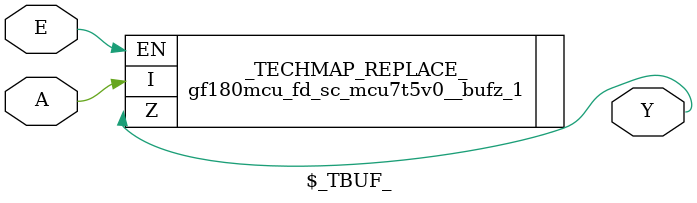
<source format=v>
module \$_TBUF_ (input A, input E, output Y);
  gf180mcu_fd_sc_mcu7t5v0__bufz_1 _TECHMAP_REPLACE_ (
    .I(A),
    .Z(Y),
    .EN(E));
endmodule

</source>
